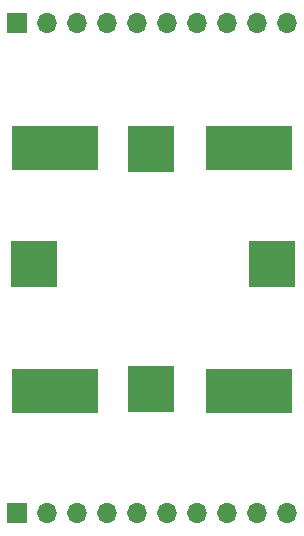
<source format=gbr>
%TF.GenerationSoftware,KiCad,Pcbnew,(5.1.10)-1*%
%TF.CreationDate,2023-05-11T10:09:18-05:00*%
%TF.ProjectId,perovskite_router,7065726f-7673-46b6-9974-655f726f7574,rev?*%
%TF.SameCoordinates,Original*%
%TF.FileFunction,Copper,L1,Top*%
%TF.FilePolarity,Positive*%
%FSLAX46Y46*%
G04 Gerber Fmt 4.6, Leading zero omitted, Abs format (unit mm)*
G04 Created by KiCad (PCBNEW (5.1.10)-1) date 2023-05-11 10:09:18*
%MOMM*%
%LPD*%
G01*
G04 APERTURE LIST*
%TA.AperFunction,SMDPad,CuDef*%
%ADD10R,4.000000X4.000000*%
%TD*%
%TA.AperFunction,SMDPad,CuDef*%
%ADD11R,7.400000X3.800000*%
%TD*%
%TA.AperFunction,ComponentPad*%
%ADD12O,1.700000X1.700000*%
%TD*%
%TA.AperFunction,ComponentPad*%
%ADD13R,1.700000X1.700000*%
%TD*%
%TA.AperFunction,ViaPad*%
%ADD14C,0.508000*%
%TD*%
G04 APERTURE END LIST*
D10*
%TO.P,U1,8*%
%TO.N,Net-(J1-Pad10)*%
X159652000Y-85646000D03*
%TO.P,U1,7*%
%TO.N,Net-(J2-Pad1)*%
X139452000Y-85646000D03*
%TO.P,U1,5*%
%TO.N,Net-(J2-Pad4)*%
X149352000Y-96246000D03*
%TO.P,U1,2*%
%TO.N,Net-(J1-Pad2)*%
X149402000Y-75946000D03*
D11*
%TO.P,U1,6*%
%TO.N,Net-(J2-Pad3)*%
X141202000Y-96446000D03*
%TO.P,U1,4*%
%TO.N,Net-(J2-Pad5)*%
X157652000Y-96446000D03*
%TO.P,U1,3*%
%TO.N,Net-(J1-Pad3)*%
X157652000Y-75846000D03*
%TO.P,U1,1*%
%TO.N,Net-(J1-Pad1)*%
X141202000Y-75846000D03*
%TD*%
D12*
%TO.P,J2,10*%
%TO.N,Net-(C1-Pad1)*%
X160909000Y-106778000D03*
%TO.P,J2,9*%
%TO.N,Net-(J2-Pad9)*%
X158369000Y-106778000D03*
%TO.P,J2,8*%
%TO.N,Net-(J2-Pad8)*%
X155829000Y-106778000D03*
%TO.P,J2,7*%
%TO.N,Net-(J2-Pad7)*%
X153289000Y-106778000D03*
%TO.P,J2,6*%
%TO.N,Net-(J2-Pad6)*%
X150749000Y-106778000D03*
%TO.P,J2,5*%
%TO.N,Net-(J2-Pad5)*%
X148209000Y-106778000D03*
%TO.P,J2,4*%
%TO.N,Net-(J2-Pad4)*%
X145669000Y-106778000D03*
%TO.P,J2,3*%
%TO.N,Net-(J2-Pad3)*%
X143129000Y-106778000D03*
%TO.P,J2,2*%
%TO.N,Net-(J2-Pad2)*%
X140589000Y-106778000D03*
D13*
%TO.P,J2,1*%
%TO.N,Net-(J2-Pad1)*%
X138049000Y-106778000D03*
%TD*%
D12*
%TO.P,J1,10*%
%TO.N,Net-(J1-Pad10)*%
X160909000Y-65278000D03*
%TO.P,J1,9*%
%TO.N,Net-(J1-Pad9)*%
X158369000Y-65278000D03*
%TO.P,J1,8*%
%TO.N,Net-(J1-Pad8)*%
X155829000Y-65278000D03*
%TO.P,J1,7*%
%TO.N,Net-(J1-Pad7)*%
X153289000Y-65278000D03*
%TO.P,J1,6*%
%TO.N,Net-(J1-Pad6)*%
X150749000Y-65278000D03*
%TO.P,J1,5*%
%TO.N,Net-(C1-Pad2)*%
X148209000Y-65278000D03*
%TO.P,J1,4*%
%TO.N,Net-(J1-Pad4)*%
X145669000Y-65278000D03*
%TO.P,J1,3*%
%TO.N,Net-(J1-Pad3)*%
X143129000Y-65278000D03*
%TO.P,J1,2*%
%TO.N,Net-(J1-Pad2)*%
X140589000Y-65278000D03*
D13*
%TO.P,J1,1*%
%TO.N,Net-(J1-Pad1)*%
X138049000Y-65278000D03*
%TD*%
D14*
%TO.N,Net-(J1-Pad10)*%
X159639000Y-85598000D03*
%TO.N,Net-(J1-Pad3)*%
X155448000Y-75819000D03*
%TO.N,Net-(J1-Pad2)*%
X149479000Y-75946000D03*
%TO.N,Net-(J1-Pad1)*%
X141224000Y-75819000D03*
%TO.N,Net-(J2-Pad5)*%
X155194000Y-96520000D03*
%TO.N,Net-(J2-Pad4)*%
X149352000Y-96266000D03*
%TO.N,Net-(J2-Pad3)*%
X141224000Y-96520000D03*
%TO.N,Net-(J2-Pad1)*%
X139446000Y-85598000D03*
%TD*%
M02*

</source>
